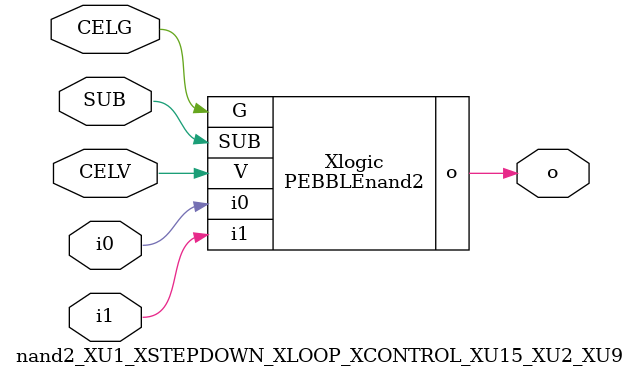
<source format=v>



module PEBBLEnand2 ( o, G, SUB, V, i0, i1 );

  input i0;
  input V;
  input i1;
  input G;
  output o;
  input SUB;
endmodule

//Celera Confidential Do Not Copy nand2_XU1_XSTEPDOWN_XLOOP_XCONTROL_XU15_XU2_XU9
//Celera Confidential Symbol Generator
//5V NAND2
module nand2_XU1_XSTEPDOWN_XLOOP_XCONTROL_XU15_XU2_XU9 (CELV,CELG,i0,i1,o,SUB);
input CELV;
input CELG;
input i0;
input i1;
input SUB;
output o;

//Celera Confidential Do Not Copy nand2
PEBBLEnand2 Xlogic(
.V (CELV),
.i0 (i0),
.i1 (i1),
.o (o),
.SUB (SUB),
.G (CELG)
);
//,diesize,PEBBLEnand2

//Celera Confidential Do Not Copy Module End
//Celera Schematic Generator
endmodule

</source>
